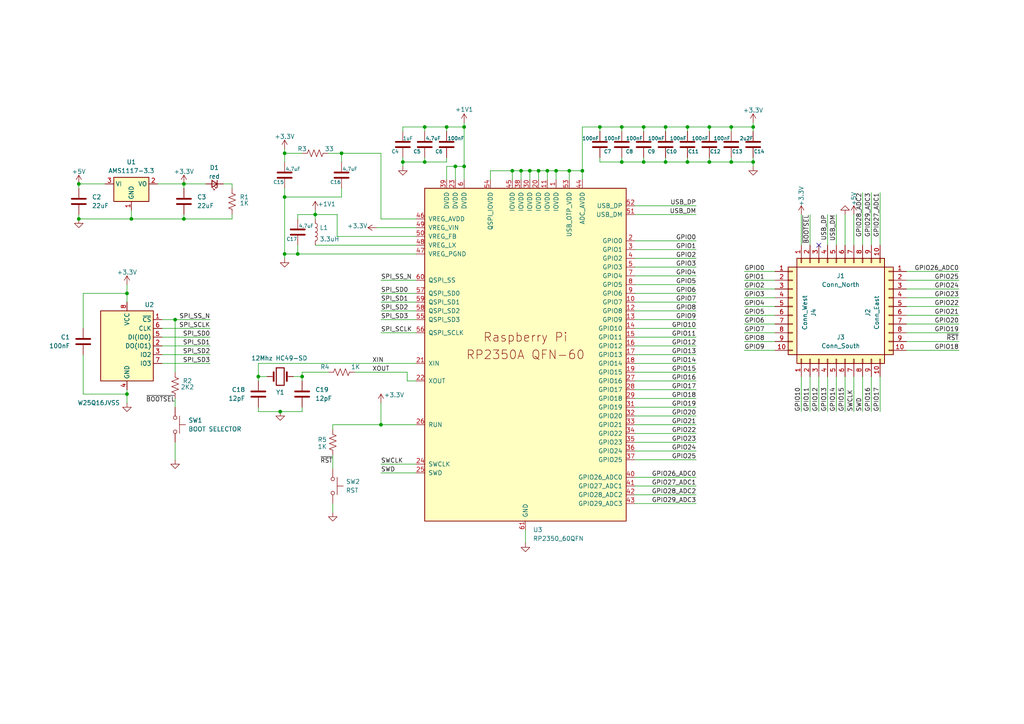
<source format=kicad_sch>
(kicad_sch (version 20231120) (generator "eeschema") (generator_version "8.0")
  (paper "A4")
  (title_block (title "Tempel RP2350") (date "2025-11-03") (rev "0.1"))
  (lib_symbols
    (symbol "Connector_Generic:Conn_01x10" (pin_names (offset 1.016) hide)
      (property "Reference" "J" (at 0 12.7 0))
      (property "Value" "Conn_01x10" (at 0 -15.24 0))
      (symbol "Conn_01x10_1_1"
        (rectangle (start -1.27 -12.573) (end 0 -12.827) (stroke (width 0.1524)))
        (rectangle (start -1.27 -10.033) (end 0 -10.287) (stroke (width 0.1524)))
        (rectangle (start -1.27 -7.493) (end 0 -7.747) (stroke (width 0.1524)))
        (rectangle (start -1.27 -4.953) (end 0 -5.207) (stroke (width 0.1524)))
        (rectangle (start -1.27 -2.413) (end 0 -2.667) (stroke (width 0.1524)))
        (rectangle (start -1.27 0.127) (end 0 -0.127) (stroke (width 0.1524)))
        (rectangle (start -1.27 2.667) (end 0 2.413) (stroke (width 0.1524)))
        (rectangle (start -1.27 5.207) (end 0 4.953) (stroke (width 0.1524)))
        (rectangle (start -1.27 7.747) (end 0 7.493) (stroke (width 0.1524)))
        (rectangle (start -1.27 10.287) (end 0 10.033) (stroke (width 0.1524)))
        (rectangle (start -1.27 11.43) (end 1.27 -13.97) (stroke (width 0.254)) (fill (type background)))
        (pin passive line (at -5.08 10.16 0) (length 3.81) (name "Pin_1") (number "1"))
        (pin passive line (at -5.08 -12.7 0) (length 3.81) (name "Pin_10") (number "10"))
        (pin passive line (at -5.08 7.62 0) (length 3.81) (name "Pin_2") (number "2"))
        (pin passive line (at -5.08 5.08 0) (length 3.81) (name "Pin_3") (number "3"))
        (pin passive line (at -5.08 2.54 0) (length 3.81) (name "Pin_4") (number "4"))
        (pin passive line (at -5.08 0 0) (length 3.81) (name "Pin_5") (number "5"))
        (pin passive line (at -5.08 -2.54 0) (length 3.81) (name "Pin_6") (number "6"))
        (pin passive line (at -5.08 -5.08 0) (length 3.81) (name "Pin_7") (number "7"))
        (pin passive line (at -5.08 -7.62 0) (length 3.81) (name "Pin_8") (number "8"))
        (pin passive line (at -5.08 -10.16 0) (length 3.81) (name "Pin_9") (number "9"))
      )
    )
    (symbol "Device:C" (pin_numbers hide) (pin_names (offset 0.254))
      (property "Reference" "C" (at 0.635 2.54 0))
      (property "Value" "C" (at 0.635 -2.54 0))
      (symbol "C_0_1"
        (polyline (pts (xy -2.032 -0.762) (xy 2.032 -0.762)) (stroke (width 0.508)))
        (polyline (pts (xy -2.032 0.762) (xy 2.032 0.762)) (stroke (width 0.508)))
      )
      (symbol "C_1_1"
        (pin passive line (at 0 3.81 270) (length 2.794) (name "~") (number "1"))
        (pin passive line (at 0 -3.81 90) (length 2.794) (name "~") (number "2"))
      )
    )
    (symbol "Device:Crystal" (pin_numbers hide) (pin_names (offset 1.016) hide)
      (property "Reference" "Y" (at 0 3.81 0))
      (property "Value" "Crystal" (at 0 -3.81 0))
      (symbol "Crystal_0_1"
        (rectangle (start -1.143 2.54) (end 1.143 -2.54) (stroke (width 0.3048)))
        (polyline (pts (xy -2.54 0) (xy -1.905 0)))
        (polyline (pts (xy -1.905 -1.27) (xy -1.905 1.27)) (stroke (width 0.508)))
        (polyline (pts (xy 1.905 -1.27) (xy 1.905 1.27)) (stroke (width 0.508)))
        (polyline (pts (xy 2.54 0) (xy 1.905 0)))
      )
      (symbol "Crystal_1_1"
        (pin passive line (at -3.81 0 0) (length 1.27) (name "1") (number "1"))
        (pin passive line (at 3.81 0 180) (length 1.27) (name "2") (number "2"))
      )
    )
    (symbol "Device:L" (pin_numbers hide) (pin_names (offset 1.016) hide)
      (property "Reference" "L" (at -1.27 0 90))
      (property "Value" "L" (at 1.905 0 90))
      (symbol "L_0_1"
        (arc (start 0 -2.54) (mid 0.6323 -1.905) (end 0 -1.27))
        (arc (start 0 -1.27) (mid 0.6323 -0.635) (end 0 0))
        (arc (start 0 0) (mid 0.6323 0.635) (end 0 1.27))
        (arc (start 0 1.27) (mid 0.6323 1.905) (end 0 2.54))
      )
      (symbol "L_1_1"
        (pin passive line (at 0 3.81 270) (length 1.27) (name "1") (number "1"))
        (pin passive line (at 0 -3.81 90) (length 1.27) (name "2") (number "2"))
      )
    )
    (symbol "Device:LED_Small" (pin_numbers hide) (pin_names (offset 0.254) hide)
      (property "Reference" "D" (at -1.27 3.175 0))
      (property "Value" "LED_Small" (at -4.445 -2.54 0))
      (symbol "LED_Small_0_1"
        (polyline (pts (xy -0.762 -1.016) (xy -0.762 1.016)) (stroke (width 0.254)))
        (polyline (pts (xy 1.016 0) (xy -0.762 0)))
        (polyline (pts (xy 0.762 -1.016) (xy -0.762 0) (xy 0.762 1.016) (xy 0.762 -1.016)) (stroke (width 0.254)))
        (polyline (pts (xy 0 0.762) (xy -0.508 1.27) (xy -0.254 1.27) (xy -0.508 1.27) (xy -0.508 1.016)))
        (polyline (pts (xy 0.508 1.27) (xy 0 1.778) (xy 0.254 1.778) (xy 0 1.778) (xy 0 1.524)))
      )
      (symbol "LED_Small_1_1"
        (pin passive line (at -2.54 0 0) (length 1.778) (name "K") (number "1"))
        (pin passive line (at 2.54 0 180) (length 1.778) (name "A") (number "2"))
      )
    )
    (symbol "Device:R_US" (pin_numbers hide) (pin_names (offset 0))
      (property "Reference" "R" (at 2.54 0 90))
      (property "Value" "R_US" (at -2.54 0 90))
      (symbol "R_US_0_1"
        (polyline (pts (xy 0 -2.286) (xy 0 -2.54)))
        (polyline (pts (xy 0 2.286) (xy 0 2.54)))
        (polyline (pts (xy 0 -0.762) (xy 1.016 -1.143) (xy 0 -1.524) (xy -1.016 -1.905) (xy 0 -2.286)))
        (polyline (pts (xy 0 0.762) (xy 1.016 0.381) (xy 0 0) (xy -1.016 -0.381) (xy 0 -0.762)))
        (polyline (pts (xy 0 2.286) (xy 1.016 1.905) (xy 0 1.524) (xy -1.016 1.143) (xy 0 0.762)))
      )
      (symbol "R_US_1_1"
        (pin passive line (at 0 3.81 270) (length 1.27) (name "~") (number "1"))
        (pin passive line (at 0 -3.81 90) (length 1.27) (name "~") (number "2"))
      )
    )
    (symbol "MCU_RaspberryPi_RP2350:RP2350_60QFN" (pin_names (offset 1.016))
      (property "Reference" "U" (at -29.21 49.53 0))
      (property "Value" "RP2350_60QFN" (at 24.13 -49.53 0))
      (symbol "RP2350_60QFN_0_0"
        (text "Raspberry Pi" (at 0 5.08 0) (effects (font (size 2.54 2.54))))
      )
      (symbol "RP2350_60QFN_0_1"
        (rectangle (start 29.21 48.26) (end -29.21 -48.26) (stroke (width 0.254)) (fill (type background)))
      )
      (symbol "RP2350_60QFN_1_0"
        (text "RP2350A QFN-60" (at 0 0 0) (effects (font (size 2.54 2.54))))
      )
      (symbol "RP2350_60QFN_1_1"
        (pin power_in line (at 8.89 50.8 270) (length 2.54) (name "IOVDD") (number "1"))
        (pin bidirectional line (at 31.75 15.24 180) (length 2.54) (name "GPIO7") (number "10"))
        (pin power_in line (at 6.35 50.8 270) (length 2.54) (name "IOVDD") (number "11"))
        (pin bidirectional line (at 31.75 12.7 180) (length 2.54) (name "GPIO8") (number "12"))
        (pin bidirectional line (at 31.75 10.16 180) (length 2.54) (name "GPIO9") (number "13"))
        (pin bidirectional line (at 31.75 7.62 180) (length 2.54) (name "GPIO10") (number "14"))
        (pin bidirectional line (at 31.75 5.08 180) (length 2.54) (name "GPIO11") (number "15"))
        (pin bidirectional line (at 31.75 2.54 180) (length 2.54) (name "GPIO12") (number "16"))
        (pin bidirectional line (at 31.75 0 180) (length 2.54) (name "GPIO13") (number "17"))
        (pin bidirectional line (at 31.75 -2.54 180) (length 2.54) (name "GPIO14") (number "18"))
        (pin bidirectional line (at 31.75 -5.08 180) (length 2.54) (name "GPIO15") (number "19"))
        (pin bidirectional line (at 31.75 33.02 180) (length 2.54) (name "GPIO0") (number "2"))
        (pin power_in line (at 3.81 50.8 270) (length 2.54) (name "IOVDD") (number "20"))
        (pin input line (at -31.75 -2.54 0) (length 2.54) (name "XIN") (number "21"))
        (pin passive line (at -31.75 -7.62 0) (length 2.54) (name "XOUT") (number "22"))
        (pin power_in line (at -20.32 50.8 270) (length 2.54) (name "DVDD") (number "23"))
        (pin output line (at -31.75 -31.75 0) (length 2.54) (name "SWCLK") (number "24"))
        (pin bidirectional line (at -31.75 -34.29 0) (length 2.54) (name "SWD") (number "25"))
        (pin input line (at -31.75 -20.32 0) (length 2.54) (name "RUN") (number "26"))
        (pin bidirectional line (at 31.75 -7.62 180) (length 2.54) (name "GPIO16") (number "27"))
        (pin bidirectional line (at 31.75 -10.16 180) (length 2.54) (name "GPIO17") (number "28"))
        (pin bidirectional line (at 31.75 -12.7 180) (length 2.54) (name "GPIO18") (number "29"))
        (pin bidirectional line (at 31.75 30.48 180) (length 2.54) (name "GPIO1") (number "3"))
        (pin power_in line (at 1.27 50.8 270) (length 2.54) (name "IOVDD") (number "30"))
        (pin bidirectional line (at 31.75 -15.24 180) (length 2.54) (name "GPIO19") (number "31"))
        (pin bidirectional line (at 31.75 -17.78 180) (length 2.54) (name "GPIO20") (number "32"))
        (pin bidirectional line (at 31.75 -20.32 180) (length 2.54) (name "GPIO21") (number "33"))
        (pin bidirectional line (at 31.75 -22.86 180) (length 2.54) (name "GPIO22") (number "34"))
        (pin bidirectional line (at 31.75 -25.4 180) (length 2.54) (name "GPIO23") (number "35"))
        (pin bidirectional line (at 31.75 -27.94 180) (length 2.54) (name "GPIO24") (number "36"))
        (pin bidirectional line (at 31.75 -30.48 180) (length 2.54) (name "GPIO25") (number "37"))
        (pin power_in line (at -1.27 50.8 270) (length 2.54) (name "IOVDD") (number "38"))
        (pin power_in line (at -22.86 50.8 270) (length 2.54) (name "DVDD") (number "39"))
        (pin bidirectional line (at 31.75 27.94 180) (length 2.54) (name "GPIO2") (number "4"))
        (pin bidirectional line (at 31.75 -35.56 180) (length 2.54) (name "GPIO26_ADC0") (number "40"))
        (pin bidirectional line (at 31.75 -38.1 180) (length 2.54) (name "GPIO27_ADC1") (number "41"))
        (pin bidirectional line (at 31.75 -40.64 180) (length 2.54) (name "GPIO28_ADC2") (number "42"))
        (pin bidirectional line (at 31.75 -43.18 180) (length 2.54) (name "GPIO29_ADC3") (number "43"))
        (pin power_in line (at 16.51 50.8 270) (length 2.54) (name "ADC_AVDD") (number "44"))
        (pin power_in line (at -3.81 50.8 270) (length 2.54) (name "IOVDD") (number "45"))
        (pin power_in line (at -31.75 39.37 0) (length 2.54) (name "VREG_AVDD") (number "46"))
        (pin power_in line (at -31.75 29.21 0) (length 2.54) (name "VREG_PGND") (number "47"))
        (pin power_out line (at -31.75 31.75 0) (length 2.54) (name "VREG_LX") (number "48"))
        (pin power_in line (at -31.75 36.83 0) (length 2.54) (name "VREG_VIN") (number "49"))
        (pin bidirectional line (at 31.75 25.4 180) (length 2.54) (name "GPIO3") (number "5"))
        (pin input line (at -31.75 34.29 0) (length 2.54) (name "VREG_FB") (number "50"))
        (pin bidirectional line (at 31.75 40.64 180) (length 2.54) (name "USB_DM") (number "51"))
        (pin bidirectional line (at 31.75 43.18 180) (length 2.54) (name "USB_DP") (number "52"))
        (pin power_in line (at 12.7 50.8 270) (length 2.54) (name "USB_OTP_VDD") (number "53"))
        (pin power_in line (at -10.16 50.8 270) (length 2.54) (name "QSPI_IOVDD") (number "54"))
        (pin bidirectional line (at -31.75 10.16 0) (length 2.54) (name "QSPI_SD3") (number "55"))
        (pin output line (at -31.75 6.35 0) (length 2.54) (name "QSPI_SCLK") (number "56"))
        (pin bidirectional line (at -31.75 17.78 0) (length 2.54) (name "QSPI_SD0") (number "57"))
        (pin bidirectional line (at -31.75 12.7 0) (length 2.54) (name "QSPI_SD2") (number "58"))
        (pin bidirectional line (at -31.75 15.24 0) (length 2.54) (name "QSPI_SD1") (number "59"))
        (pin power_in line (at -17.78 50.8 270) (length 2.54) (name "DVDD") (number "6"))
        (pin bidirectional line (at -31.75 21.59 0) (length 2.54) (name "QSPI_SS") (number "60"))
        (pin power_in line (at 0 -50.8 90) (length 2.54) (name "GND") (number "61"))
        (pin bidirectional line (at 31.75 22.86 180) (length 2.54) (name "GPIO4") (number "7"))
        (pin bidirectional line (at 31.75 20.32 180) (length 2.54) (name "GPIO5") (number "8"))
        (pin bidirectional line (at 31.75 17.78 180) (length 2.54) (name "GPIO6") (number "9"))
      )
    )
    (symbol "Memory_Flash:W25Q32JVSS"
      (property "Reference" "U" (at -6.35 11.43 0))
      (property "Value" "W25Q32JVSS" (at 7.62 11.43 0))
      (symbol "W25Q32JVSS_0_1"
        (rectangle (start -7.62 10.16) (end 7.62 -10.16) (stroke (width 0.254)) (fill (type background)))
      )
      (symbol "W25Q32JVSS_1_1"
        (pin input line (at -10.16 7.62 0) (length 2.54) (name "~{CS}") (number "1"))
        (pin bidirectional line (at -10.16 0 0) (length 2.54) (name "DO(IO1)") (number "2"))
        (pin bidirectional line (at -10.16 -2.54 0) (length 2.54) (name "IO2") (number "3"))
        (pin power_in line (at 0 -12.7 90) (length 2.54) (name "GND") (number "4"))
        (pin bidirectional line (at -10.16 2.54 0) (length 2.54) (name "DI(IO0)") (number "5"))
        (pin input line (at -10.16 5.08 0) (length 2.54) (name "CLK") (number "6"))
        (pin bidirectional line (at -10.16 -5.08 0) (length 2.54) (name "IO3") (number "7"))
        (pin power_in line (at 0 12.7 270) (length 2.54) (name "VCC") (number "8"))
      )
    )
    (symbol "Regulator_Linear:AMS1117-3.3"
      (property "Reference" "U" (at -3.81 3.175 0))
      (property "Value" "AMS1117-3.3" (at 0 3.175 0))
      (symbol "AMS1117-3.3_0_1"
        (rectangle (start -5.08 -5.08) (end 5.08 1.905) (stroke (width 0.254)) (fill (type background)))
      )
      (symbol "AMS1117-3.3_1_1"
        (pin power_in line (at 0 -7.62 90) (length 2.54) (name "GND") (number "1"))
        (pin power_out line (at 7.62 0 180) (length 2.54) (name "VO") (number "2"))
        (pin power_in line (at -7.62 0 0) (length 2.54) (name "VI") (number "3"))
      )
    )
    (symbol "Switch:SW_Push" (pin_numbers hide) (pin_names (offset 1.016) hide)
      (property "Reference" "SW" (at 1.27 2.54 0))
      (property "Value" "SW_Push" (at 0 -1.524 0))
      (symbol "SW_Push_0_1"
        (circle (center -2.032 0) (radius 0.508))
        (polyline (pts (xy 0 1.27) (xy 0 3.048)))
        (polyline (pts (xy 2.54 1.27) (xy -2.54 1.27)))
        (circle (center 2.032 0) (radius 0.508))
        (pin passive line (at -5.08 0 0) (length 2.54) (name "1") (number "1"))
        (pin passive line (at 5.08 0 180) (length 2.54) (name "2") (number "2"))
      )
    )
    (symbol "power:+1V1" (power) (pin_numbers hide) (pin_names (offset 0) hide)
      (property "Value" "+1V1" (at 0 3.556 0))
      (symbol "+1V1_0_1"
        (polyline (pts (xy -0.762 1.27) (xy 0 2.54)))
        (polyline (pts (xy 0 0) (xy 0 2.54)))
        (polyline (pts (xy 0 2.54) (xy 0.762 1.27)))
      )
      (symbol "+1V1_1_1"
        (pin power_in line (at 0 0 90) (length 0) (name "~") (number "1"))
      )
    )
    (symbol "power:+3.3V" (power) (pin_names (offset 0))
      (property "Value" "+3.3V" (at 0 3.556 0))
      (symbol "+3.3V_0_1"
        (polyline (pts (xy -0.762 1.27) (xy 0 2.54)))
        (polyline (pts (xy 0 0) (xy 0 2.54)))
        (polyline (pts (xy 0 2.54) (xy 0.762 1.27)))
      )
      (symbol "+3.3V_1_1"
        (pin power_in line (at 0 0 90) (length 0) hide (name "+3.3V") (number "1"))
      )
    )
    (symbol "power:+5V" (power) (pin_names (offset 0))
      (property "Value" "+5V" (at 0 3.556 0))
      (symbol "+5V_0_1"
        (polyline (pts (xy -0.762 1.27) (xy 0 2.54)))
        (polyline (pts (xy 0 0) (xy 0 2.54)))
        (polyline (pts (xy 0 2.54) (xy 0.762 1.27)))
      )
      (symbol "+5V_1_1"
        (pin power_in line (at 0 0 90) (length 0) hide (name "+5V") (number "1"))
      )
    )
    (symbol "power:GND" (power) (pin_names (offset 0))
      (property "Value" "GND" (at 0 -3.81 0))
      (symbol "GND_0_1"
        (polyline (pts (xy 0 0) (xy 0 -1.27) (xy 1.27 -1.27) (xy 0 -2.54) (xy -1.27 -1.27) (xy 0 -1.27)))
      )
      (symbol "GND_1_1"
        (pin power_in line (at 0 0 270) (length 0) hide (name "GND") (number "1"))
      )
    )
  )
  (junction (at 186.69 36.83))
  (junction (at 132.08 48.26))
  (junction (at 82.55 73.66))
  (junction (at 123.19 46.99))
  (junction (at 110.49 123.19))
  (junction (at 38.1 63.5))
  (junction (at 193.04 36.83))
  (junction (at 212.09 46.99))
  (junction (at 153.67 49.53))
  (junction (at 193.04 46.99))
  (junction (at 158.75 49.53))
  (junction (at 123.19 36.83))
  (junction (at 22.86 63.5))
  (junction (at 199.39 46.99))
  (junction (at 218.44 36.83))
  (junction (at 134.62 36.83))
  (junction (at 165.1 49.53))
  (junction (at 134.62 48.26))
  (junction (at 218.44 46.99))
  (junction (at 82.55 44.45))
  (junction (at 91.44 62.23))
  (junction (at 205.74 36.83))
  (junction (at 180.34 36.83))
  (junction (at 86.36 73.66))
  (junction (at 81.28 119.38))
  (junction (at 116.84 46.99))
  (junction (at 173.99 36.83))
  (junction (at 168.91 49.53))
  (junction (at 87.63 109.22))
  (junction (at 156.21 49.53))
  (junction (at 199.39 36.83))
  (junction (at 180.34 46.99))
  (junction (at 151.13 49.53))
  (junction (at 36.83 85.09))
  (junction (at 50.8 92.71))
  (junction (at 99.06 44.45))
  (junction (at 22.86 53.34))
  (junction (at 205.74 46.99))
  (junction (at 36.83 114.3))
  (junction (at 161.29 49.53))
  (junction (at 186.69 46.99))
  (junction (at 74.93 109.22))
  (junction (at 129.54 36.83))
  (junction (at 53.34 63.5))
  (junction (at 148.59 49.53))
  (junction (at 53.34 53.34))
  (junction (at 212.09 36.83))
  (junction (at 82.55 57.15))
  (no_connect (at 237.49 71.12))
  (wire (pts (xy 168.91 36.83) (xy 168.91 49.53)))
  (wire (pts (xy 199.39 36.83) (xy 193.04 36.83)))
  (wire (pts (xy 60.96 97.79) (xy 46.99 97.79)))
  (wire (pts (xy 110.49 63.5) (xy 120.65 63.5)))
  (wire (pts (xy 38.1 63.5) (xy 53.34 63.5)))
  (wire (pts (xy 60.96 92.71) (xy 50.8 92.71)))
  (wire (pts (xy 134.62 35.56) (xy 134.62 36.83)))
  (wire (pts (xy 87.63 118.11) (xy 87.63 119.38)))
  (wire (pts (xy 180.34 46.99) (xy 173.99 46.99)))
  (wire (pts (xy 91.44 60.96) (xy 91.44 62.23)))
  (wire (pts (xy 245.11 119.38) (xy 245.11 109.22)))
  (wire (pts (xy 53.34 63.5) (xy 67.31 63.5)))
  (wire (pts (xy 252.73 119.38) (xy 252.73 109.22)))
  (wire (pts (xy 201.93 80.01) (xy 184.15 80.01)))
  (wire (pts (xy 218.44 46.99) (xy 212.09 46.99)))
  (wire (pts (xy 201.93 118.11) (xy 184.15 118.11)))
  (wire (pts (xy 158.75 49.53) (xy 158.75 52.07)))
  (wire (pts (xy 110.49 44.45) (xy 99.06 44.45)))
  (wire (pts (xy 201.93 100.33) (xy 184.15 100.33)))
  (wire (pts (xy 242.57 119.38) (xy 242.57 109.22)))
  (wire (pts (xy 180.34 36.83) (xy 180.34 38.1)))
  (wire (pts (xy 156.21 49.53) (xy 158.75 49.53)))
  (wire (pts (xy 142.24 49.53) (xy 148.59 49.53)))
  (wire (pts (xy 86.36 71.12) (xy 86.36 73.66)))
  (wire (pts (xy 201.93 77.47) (xy 184.15 77.47)))
  (wire (pts (xy 36.83 114.3) (xy 24.13 114.3)))
  (wire (pts (xy 153.67 49.53) (xy 156.21 49.53)))
  (wire (pts (xy 82.55 57.15) (xy 82.55 73.66)))
  (wire (pts (xy 278.13 81.28) (xy 262.89 81.28)))
  (wire (pts (xy 22.86 63.5) (xy 22.86 62.23)))
  (wire (pts (xy 168.91 52.07) (xy 168.91 49.53)))
  (wire (pts (xy 36.83 85.09) (xy 36.83 87.63)))
  (wire (pts (xy 60.96 105.41) (xy 46.99 105.41)))
  (wire (pts (xy 86.36 73.66) (xy 120.65 73.66)))
  (wire (pts (xy 82.55 46.99) (xy 82.55 44.45)))
  (wire (pts (xy 60.96 100.33) (xy 46.99 100.33)))
  (wire (pts (xy 201.93 92.71) (xy 184.15 92.71)))
  (wire (pts (xy 87.63 109.22) (xy 85.09 109.22)))
  (wire (pts (xy 201.93 120.65) (xy 184.15 120.65)))
  (wire (pts (xy 199.39 36.83) (xy 199.39 38.1)))
  (wire (pts (xy 74.93 118.11) (xy 74.93 119.38)))
  (wire (pts (xy 205.74 45.72) (xy 205.74 46.99)))
  (wire (pts (xy 250.19 55.88) (xy 250.19 71.12)))
  (wire (pts (xy 116.84 36.83) (xy 123.19 36.83)))
  (wire (pts (xy 110.49 44.45) (xy 110.49 63.5)))
  (wire (pts (xy 201.93 69.85) (xy 184.15 69.85)))
  (wire (pts (xy 215.9 101.6) (xy 224.79 101.6)))
  (wire (pts (xy 116.84 45.72) (xy 116.84 46.99)))
  (wire (pts (xy 53.34 63.5) (xy 53.34 62.23)))
  (wire (pts (xy 60.96 102.87) (xy 46.99 102.87)))
  (wire (pts (xy 234.95 119.38) (xy 234.95 109.22)))
  (wire (pts (xy 123.19 45.72) (xy 123.19 46.99)))
  (wire (pts (xy 201.93 87.63) (xy 184.15 87.63)))
  (wire (pts (xy 110.49 85.09) (xy 120.65 85.09)))
  (wire (pts (xy 215.9 88.9) (xy 224.79 88.9)))
  (wire (pts (xy 118.11 107.95) (xy 102.87 107.95)))
  (wire (pts (xy 212.09 36.83) (xy 205.74 36.83)))
  (wire (pts (xy 82.55 57.15) (xy 99.06 57.15)))
  (wire (pts (xy 151.13 49.53) (xy 153.67 49.53)))
  (wire (pts (xy 232.41 119.38) (xy 232.41 109.22)))
  (wire (pts (xy 252.73 55.88) (xy 252.73 71.12)))
  (wire (pts (xy 262.89 99.06) (xy 278.13 99.06)))
  (wire (pts (xy 36.83 85.09) (xy 24.13 85.09)))
  (wire (pts (xy 36.83 114.3) (xy 36.83 113.03)))
  (wire (pts (xy 86.36 63.5) (xy 86.36 62.23)))
  (wire (pts (xy 109.22 66.04) (xy 120.65 66.04)))
  (wire (pts (xy 215.9 99.06) (xy 224.79 99.06)))
  (wire (pts (xy 123.19 36.83) (xy 123.19 38.1)))
  (wire (pts (xy 186.69 36.83) (xy 180.34 36.83)))
  (wire (pts (xy 184.15 59.69) (xy 201.93 59.69)))
  (wire (pts (xy 212.09 45.72) (xy 212.09 46.99)))
  (wire (pts (xy 87.63 107.95) (xy 87.63 109.22)))
  (wire (pts (xy 96.52 148.59) (xy 96.52 146.05)))
  (wire (pts (xy 193.04 45.72) (xy 193.04 46.99)))
  (wire (pts (xy 118.11 110.49) (xy 120.65 110.49)))
  (wire (pts (xy 173.99 45.72) (xy 173.99 46.99)))
  (wire (pts (xy 278.13 86.36) (xy 262.89 86.36)))
  (wire (pts (xy 110.49 137.16) (xy 120.65 137.16)))
  (wire (pts (xy 86.36 62.23) (xy 91.44 62.23)))
  (wire (pts (xy 201.93 125.73) (xy 184.15 125.73)))
  (wire (pts (xy 201.93 82.55) (xy 184.15 82.55)))
  (wire (pts (xy 132.08 48.26) (xy 132.08 52.07)))
  (wire (pts (xy 22.86 53.34) (xy 30.48 53.34)))
  (wire (pts (xy 74.93 119.38) (xy 81.28 119.38)))
  (wire (pts (xy 201.93 140.97) (xy 184.15 140.97)))
  (wire (pts (xy 50.8 92.71) (xy 46.99 92.71)))
  (wire (pts (xy 215.9 86.36) (xy 224.79 86.36)))
  (wire (pts (xy 193.04 46.99) (xy 186.69 46.99)))
  (wire (pts (xy 36.83 116.84) (xy 36.83 114.3)))
  (wire (pts (xy 82.55 73.66) (xy 82.55 74.93)))
  (wire (pts (xy 67.31 54.61) (xy 67.31 53.34)))
  (wire (pts (xy 193.04 36.83) (xy 186.69 36.83)))
  (wire (pts (xy 153.67 49.53) (xy 153.67 52.07)))
  (wire (pts (xy 186.69 45.72) (xy 186.69 46.99)))
  (wire (pts (xy 110.49 90.17) (xy 120.65 90.17)))
  (wire (pts (xy 50.8 118.11) (xy 50.8 115.57)))
  (wire (pts (xy 129.54 48.26) (xy 129.54 52.07)))
  (wire (pts (xy 142.24 52.07) (xy 142.24 49.53)))
  (wire (pts (xy 245.11 62.23) (xy 245.11 71.12)))
  (wire (pts (xy 278.13 91.44) (xy 262.89 91.44)))
  (wire (pts (xy 87.63 110.49) (xy 87.63 109.22)))
  (wire (pts (xy 218.44 36.83) (xy 212.09 36.83)))
  (wire (pts (xy 24.13 85.09) (xy 24.13 95.25)))
  (wire (pts (xy 205.74 36.83) (xy 199.39 36.83)))
  (wire (pts (xy 81.28 119.38) (xy 87.63 119.38)))
  (wire (pts (xy 97.79 68.58) (xy 97.79 62.23)))
  (wire (pts (xy 215.9 81.28) (xy 224.79 81.28)))
  (wire (pts (xy 151.13 49.53) (xy 151.13 52.07)))
  (wire (pts (xy 118.11 110.49) (xy 118.11 107.95)))
  (wire (pts (xy 148.59 52.07) (xy 148.59 49.53)))
  (wire (pts (xy 123.19 46.99) (xy 129.54 46.99)))
  (wire (pts (xy 82.55 44.45) (xy 87.63 44.45)))
  (wire (pts (xy 218.44 48.26) (xy 218.44 46.99)))
  (wire (pts (xy 53.34 53.34) (xy 59.69 53.34)))
  (wire (pts (xy 232.41 62.23) (xy 232.41 71.12)))
  (wire (pts (xy 168.91 49.53) (xy 165.1 49.53)))
  (wire (pts (xy 262.89 101.6) (xy 278.13 101.6)))
  (wire (pts (xy 201.93 102.87) (xy 184.15 102.87)))
  (wire (pts (xy 199.39 45.72) (xy 199.39 46.99)))
  (wire (pts (xy 201.93 146.05) (xy 184.15 146.05)))
  (wire (pts (xy 96.52 132.08) (xy 96.52 135.89)))
  (wire (pts (xy 218.44 46.99) (xy 218.44 45.72)))
  (wire (pts (xy 240.03 119.38) (xy 240.03 109.22)))
  (wire (pts (xy 205.74 36.83) (xy 205.74 38.1)))
  (wire (pts (xy 95.25 107.95) (xy 87.63 107.95)))
  (wire (pts (xy 116.84 46.99) (xy 116.84 48.26)))
  (wire (pts (xy 201.93 107.95) (xy 184.15 107.95)))
  (wire (pts (xy 156.21 49.53) (xy 156.21 52.07)))
  (wire (pts (xy 278.13 78.74) (xy 262.89 78.74)))
  (wire (pts (xy 110.49 96.52) (xy 120.65 96.52)))
  (wire (pts (xy 186.69 36.83) (xy 186.69 38.1)))
  (wire (pts (xy 201.93 74.93) (xy 184.15 74.93)))
  (wire (pts (xy 53.34 53.34) (xy 53.34 54.61)))
  (wire (pts (xy 82.55 44.45) (xy 82.55 43.18)))
  (wire (pts (xy 134.62 48.26) (xy 132.08 48.26)))
  (wire (pts (xy 212.09 46.99) (xy 205.74 46.99)))
  (wire (pts (xy 201.93 90.17) (xy 184.15 90.17)))
  (wire (pts (xy 91.44 71.12) (xy 120.65 71.12)))
  (wire (pts (xy 74.93 109.22) (xy 77.47 109.22)))
  (wire (pts (xy 96.52 123.19) (xy 110.49 123.19)))
  (wire (pts (xy 110.49 87.63) (xy 120.65 87.63)))
  (wire (pts (xy 186.69 46.99) (xy 180.34 46.99)))
  (wire (pts (xy 262.89 83.82) (xy 278.13 83.82)))
  (wire (pts (xy 165.1 49.53) (xy 161.29 49.53)))
  (wire (pts (xy 247.65 109.22) (xy 247.65 119.38)))
  (wire (pts (xy 201.93 133.35) (xy 184.15 133.35)))
  (wire (pts (xy 91.44 62.23) (xy 91.44 63.5)))
  (wire (pts (xy 242.57 62.23) (xy 242.57 71.12)))
  (wire (pts (xy 99.06 54.61) (xy 99.06 57.15)))
  (wire (pts (xy 184.15 97.79) (xy 201.93 97.79)))
  (wire (pts (xy 237.49 119.38) (xy 237.49 109.22)))
  (wire (pts (xy 129.54 36.83) (xy 129.54 38.1)))
  (wire (pts (xy 201.93 115.57) (xy 184.15 115.57)))
  (wire (pts (xy 201.93 72.39) (xy 184.15 72.39)))
  (wire (pts (xy 152.4 157.48) (xy 152.4 153.67)))
  (wire (pts (xy 201.93 110.49) (xy 184.15 110.49)))
  (wire (pts (xy 132.08 48.26) (xy 129.54 48.26)))
  (wire (pts (xy 96.52 124.46) (xy 96.52 123.19)))
  (wire (pts (xy 193.04 36.83) (xy 193.04 38.1)))
  (wire (pts (xy 240.03 62.23) (xy 240.03 71.12)))
  (wire (pts (xy 201.93 128.27) (xy 184.15 128.27)))
  (wire (pts (xy 120.65 68.58) (xy 97.79 68.58)))
  (wire (pts (xy 250.19 109.22) (xy 250.19 119.38)))
  (wire (pts (xy 67.31 62.23) (xy 67.31 63.5)))
  (wire (pts (xy 50.8 107.95) (xy 50.8 92.71)))
  (wire (pts (xy 201.93 138.43) (xy 184.15 138.43)))
  (wire (pts (xy 67.31 53.34) (xy 64.77 53.34)))
  (wire (pts (xy 86.36 73.66) (xy 82.55 73.66)))
  (wire (pts (xy 110.49 116.84) (xy 110.49 123.19)))
  (wire (pts (xy 173.99 36.83) (xy 173.99 38.1)))
  (wire (pts (xy 247.65 62.23) (xy 247.65 71.12)))
  (wire (pts (xy 134.62 52.07) (xy 134.62 48.26)))
  (wire (pts (xy 74.93 105.41) (xy 120.65 105.41)))
  (wire (pts (xy 215.9 78.74) (xy 224.79 78.74)))
  (wire (pts (xy 110.49 134.62) (xy 120.65 134.62)))
  (wire (pts (xy 60.96 95.25) (xy 46.99 95.25)))
  (wire (pts (xy 278.13 93.98) (xy 262.89 93.98)))
  (wire (pts (xy 129.54 36.83) (xy 134.62 36.83)))
  (wire (pts (xy 22.86 53.34) (xy 22.86 54.61)))
  (wire (pts (xy 22.86 63.5) (xy 38.1 63.5)))
  (wire (pts (xy 168.91 36.83) (xy 173.99 36.83)))
  (wire (pts (xy 215.9 91.44) (xy 224.79 91.44)))
  (wire (pts (xy 215.9 96.52) (xy 224.79 96.52)))
  (wire (pts (xy 134.62 36.83) (xy 134.62 48.26)))
  (wire (pts (xy 205.74 46.99) (xy 199.39 46.99)))
  (wire (pts (xy 201.93 85.09) (xy 184.15 85.09)))
  (wire (pts (xy 50.8 133.35) (xy 50.8 128.27)))
  (wire (pts (xy 201.93 105.41) (xy 184.15 105.41)))
  (wire (pts (xy 91.44 62.23) (xy 97.79 62.23)))
  (wire (pts (xy 110.49 92.71) (xy 120.65 92.71)))
  (wire (pts (xy 38.1 60.96) (xy 38.1 63.5)))
  (wire (pts (xy 201.93 113.03) (xy 184.15 113.03)))
  (wire (pts (xy 110.49 81.28) (xy 120.65 81.28)))
  (wire (pts (xy 278.13 88.9) (xy 262.89 88.9)))
  (wire (pts (xy 201.93 95.25) (xy 184.15 95.25)))
  (wire (pts (xy 201.93 123.19) (xy 184.15 123.19)))
  (wire (pts (xy 201.93 130.81) (xy 184.15 130.81)))
  (wire (pts (xy 148.59 49.53) (xy 151.13 49.53)))
  (wire (pts (xy 212.09 36.83) (xy 212.09 38.1)))
  (wire (pts (xy 129.54 45.72) (xy 129.54 46.99)))
  (wire (pts (xy 161.29 49.53) (xy 161.29 52.07)))
  (wire (pts (xy 262.89 96.52) (xy 278.13 96.52)))
  (wire (pts (xy 255.27 55.88) (xy 255.27 71.12)))
  (wire (pts (xy 116.84 46.99) (xy 123.19 46.99)))
  (wire (pts (xy 95.25 44.45) (xy 99.06 44.45)))
  (wire (pts (xy 165.1 52.07) (xy 165.1 49.53)))
  (wire (pts (xy 74.93 110.49) (xy 74.93 109.22)))
  (wire (pts (xy 123.19 36.83) (xy 129.54 36.83)))
  (wire (pts (xy 110.49 123.19) (xy 120.65 123.19)))
  (wire (pts (xy 99.06 46.99) (xy 99.06 44.45)))
  (wire (pts (xy 173.99 36.83) (xy 180.34 36.83)))
  (wire (pts (xy 45.72 53.34) (xy 53.34 53.34)))
  (wire (pts (xy 234.95 62.23) (xy 234.95 71.12)))
  (wire (pts (xy 201.93 143.51) (xy 184.15 143.51)))
  (wire (pts (xy 218.44 36.83) (xy 218.44 38.1)))
  (wire (pts (xy 82.55 54.61) (xy 82.55 57.15)))
  (wire (pts (xy 36.83 82.55) (xy 36.83 85.09)))
  (wire (pts (xy 255.27 109.22) (xy 255.27 119.38)))
  (wire (pts (xy 215.9 93.98) (xy 224.79 93.98)))
  (wire (pts (xy 218.44 35.56) (xy 218.44 36.83)))
  (wire (pts (xy 24.13 102.87) (xy 24.13 114.3)))
  (wire (pts (xy 116.84 36.83) (xy 116.84 38.1)))
  (wire (pts (xy 180.34 45.72) (xy 180.34 46.99)))
  (wire (pts (xy 184.15 62.23) (xy 201.93 62.23)))
  (wire (pts (xy 74.93 105.41) (xy 74.93 109.22)))
  (wire (pts (xy 158.75 49.53) (xy 161.29 49.53)))
  (wire (pts (xy 215.9 83.82) (xy 224.79 83.82)))
  (wire (pts (xy 199.39 46.99) (xy 193.04 46.99)))
  (label "GPIO28_ADC2" (at 250.19 55.88 270))
  (label "USB_DM" (at 201.93 62.23 180))
  (label "SPI_SD3" (at 110.49 92.71 0))
  (label "GPIO0" (at 201.93 69.85 180))
  (label "GPIO8" (at 201.93 90.17 180))
  (label "XIN" (at 107.95 105.41 0))
  (label "GPIO13" (at 240.03 119.38 90))
  (label "GPIO11" (at 201.93 97.79 180))
  (label "GPIO24" (at 278.13 83.82 180))
  (label "GPIO10" (at 232.41 119.38 90))
  (label "GPIO16" (at 201.93 110.49 180))
  (label "SPI_SD3" (at 60.96 105.41 180))
  (label "GPIO12" (at 201.93 100.33 180))
  (label "GPIO8" (at 215.9 99.06 0))
  (label "GPIO26_ADC0" (at 278.13 78.74 180))
  (label "SPI_SCLK" (at 60.96 95.25 180))
  (label "GPIO25" (at 201.93 133.35 180))
  (label "GPIO17" (at 201.93 113.03 180))
  (label "SWD" (at 110.49 137.16 0))
  (label "USB_DP" (at 201.93 59.69 180))
  (label "SPI_SS_N" (at 110.49 81.28 0))
  (label "SWD" (at 250.19 119.38 90))
  (label "GPIO28_ADC2" (at 201.93 143.51 180))
  (label "GPIO16" (at 252.73 119.38 90))
  (label "GPIO9" (at 215.9 101.6 0))
  (label "GPIO6" (at 201.93 85.09 180))
  (label "GPIO12" (at 237.49 119.38 90))
  (label "GPIO5" (at 215.9 91.44 0))
  (label "GPIO2" (at 201.93 74.93 180))
  (label "GPIO4" (at 215.9 88.9 0))
  (label "GPIO7" (at 215.9 96.52 0))
  (label "GPIO14" (at 201.93 105.41 180))
  (label "XOUT" (at 107.95 107.95 0))
  (label "GPIO19" (at 201.93 118.11 180))
  (label "~{BOOTSEL}" (at 50.8 116.84 180))
  (label "GPIO21" (at 201.93 123.19 180))
  (label "GPIO29_ADC3" (at 252.73 55.88 270))
  (label "SPI_SD1" (at 110.49 87.63 0))
  (label "GPIO23" (at 278.13 86.36 180))
  (label "GPIO15" (at 245.11 119.38 90))
  (label "GPIO3" (at 201.93 77.47 180))
  (label "GPIO25" (at 278.13 81.28 180))
  (label "GPIO17" (at 255.27 119.38 90))
  (label "GPIO18" (at 278.13 101.6 180))
  (label "SPI_SD1" (at 60.96 100.33 180))
  (label "GPIO22" (at 278.13 88.9 180))
  (label "GPIO0" (at 215.9 78.74 0))
  (label "GPIO14" (at 242.57 119.38 90))
  (label "~{RST}" (at 278.13 99.06 180))
  (label "GPIO4" (at 201.93 80.01 180))
  (label "GPIO27_ADC1" (at 201.93 140.97 180))
  (label "GPIO18" (at 201.93 115.57 180))
  (label "GPIO20" (at 278.13 93.98 180))
  (label "GPIO1" (at 215.9 81.28 0))
  (label "USB_DM" (at 242.57 62.23 270))
  (label "GPIO11" (at 234.95 119.38 90))
  (label "SPI_SD0" (at 110.49 85.09 0))
  (label "GPIO1" (at 201.93 72.39 180))
  (label "GPIO5" (at 201.93 82.55 180))
  (label "SPI_SD2" (at 110.49 90.17 0))
  (label "SPI_SS_N" (at 60.96 92.71 180))
  (label "GPIO3" (at 215.9 86.36 0))
  (label "GPIO27_ADC1" (at 255.27 55.88 270))
  (label "SPI_SCLK" (at 110.49 96.52 0))
  (label "GPIO19" (at 278.13 96.52 180))
  (label "SWCLK" (at 110.49 134.62 0))
  (label "GPIO20" (at 201.93 120.65 180))
  (label "SPI_SD2" (at 60.96 102.87 180))
  (label "SWCLK" (at 247.65 119.38 90))
  (label "GPIO6" (at 215.9 93.98 0))
  (label "GPIO26_ADC0" (at 201.93 138.43 180))
  (label "GPIO23" (at 201.93 128.27 180))
  (label "GPIO22" (at 201.93 125.73 180))
  (label "GPIO9" (at 201.93 92.71 180))
  (label "GPIO24" (at 201.93 130.81 180))
  (label "GPIO21" (at 278.13 91.44 180))
  (label "GPIO15" (at 201.93 107.95 180))
  (label "GPIO13" (at 201.93 102.87 180))
  (label "SPI_SD0" (at 60.96 97.79 180))
  (label "~{BOOTSEL}" (at 234.95 62.23 270))
  (label "GPIO29_ADC3" (at 201.93 146.05 180))
  (label "GPIO10" (at 201.93 95.25 180))
  (label "~{RST}" (at 96.52 134.62 180))
  (label "GPIO2" (at 215.9 83.82 0))
  (label "GPIO7" (at 201.93 87.63 180))
  (label "USB_DP" (at 240.03 62.23 270))
  (symbol (lib_id "Device:R_US") (at 50.8 111.76 0) (unit 1)
    (property "Reference" "R2" (at 54.356 110.49 0))
    (property "Value" "2K2" (at 54.356 112.268 0))
    (property "Footprint" "Resistor_SMD:R_0805_2012Metric_Pad1.20x1.40mm_HandSolder" (effects (hide yes)))
    (property "Description" "Resistor, US symbol" (effects (hide yes)))
  )
  (symbol (lib_id "Device:C") (at 173.99 41.91 0) (mirror y) (unit 1)
    (property "Reference" "C7" (at 177.292 43.942 0) (effects (font (size 1.016 1.016)) (justify left)))
    (property "Value" "100nF" (at 173.736 40.132 0) (effects (font (size 1.016 1.016)) (justify left)))
    (property "Footprint" "Capacitor_SMD:C_0603_1608Metric_Pad1.08x0.95mm_HandSolder" (effects (hide yes)))
    (property "Description" "Unpolarized capacitor" (effects (hide yes)))
  )
  (symbol (lib_id "power:+3.3V") (at 82.55 43.18 0) (mirror y) (unit 1)
    (property "Reference" "#PWR09" (effects (hide yes)))
    (property "Value" "+3.3V" (at 82.55 39.6042 0))
  )
  (symbol (lib_id "Device:C") (at 99.06 50.8 0) (unit 1)
    (property "Reference" "C16" (at 95.758 52.832 0) (effects (font (size 1.016 1.016)) (justify left)))
    (property "Value" "4.7uF" (at 99.314 49.022 0) (effects (font (size 1.016 1.016)) (justify left)))
    (property "Footprint" "Capacitor_SMD:C_0603_1608Metric_Pad1.08x0.95mm_HandSolder" (effects (hide yes)))
    (property "Description" "Unpolarized capacitor" (effects (hide yes)))
  )
  (symbol (lib_id "power:GND") (at 218.44 48.26 0) (mirror y) (unit 1)
    (property "Reference" "#PWR011" (effects (hide yes)))
    (property "Value" "GND" (effects (hide yes)))
  )
  (symbol (lib_id "power:+5V") (at 22.86 53.34 0) (unit 1)
    (property "Reference" "#PWR02" (effects (hide yes)))
    (property "Value" "+5V" (at 22.86 49.7642 0))
  )
  (symbol (lib_id "Device:C") (at 212.09 41.91 0) (mirror y) (unit 1)
    (property "Reference" "C13" (at 215.392 43.942 0) (effects (font (size 1.016 1.016)) (justify left)))
    (property "Value" "100nF" (at 211.836 40.132 0) (effects (font (size 1.016 1.016)) (justify left)))
    (property "Footprint" "Capacitor_SMD:C_0603_1608Metric_Pad1.08x0.95mm_HandSolder" (effects (hide yes)))
    (property "Description" "Unpolarized capacitor" (effects (hide yes)))
  )
  (symbol (lib_id "power:+3.3V") (at 110.49 116.84 0) (mirror y) (unit 1)
    (property "Reference" "#PWR021" (effects (hide yes)))
    (property "Value" "+3.3V" (at 114.3 114.554 0))
  )
  (symbol (lib_id "Device:LED_Small") (at 62.23 53.34 180) (unit 1)
    (property "Reference" "D1" (at 62.1665 48.6242 0))
    (property "Value" "red" (at 62.1665 51.1611 0))
    (property "Footprint" "LED_SMD:LED_0805_2012Metric_Pad1.15x1.40mm_HandSolder" (effects (hide yes)))
    (property "mouser#" "78-VLMS1300-GS08" (effects (hide yes)))
    (property "MFR" "Vishay Semiconductors " (effects (hide yes)))
    (property "MFR#" "VLMS1300-GS08 " (effects (hide yes)))
  )
  (symbol (lib_id "Device:C") (at 186.69 41.91 0) (mirror y) (unit 1)
    (property "Reference" "C9" (at 189.992 43.942 0) (effects (font (size 1.016 1.016)) (justify left)))
    (property "Value" "100nF" (at 186.436 40.132 0) (effects (font (size 1.016 1.016)) (justify left)))
    (property "Footprint" "Capacitor_SMD:C_0603_1608Metric_Pad1.08x0.95mm_HandSolder" (effects (hide yes)))
    (property "Description" "Unpolarized capacitor" (effects (hide yes)))
  )
  (symbol (lib_id "Device:C") (at 129.54 41.91 0) (unit 1)
    (property "Reference" "C6" (at 126.238 43.942 0) (effects (font (size 1.016 1.016)) (justify left)))
    (property "Value" "100nF" (at 129.794 40.132 0) (effects (font (size 1.016 1.016)) (justify left)))
    (property "Footprint" "Capacitor_SMD:C_0603_1608Metric_Pad1.08x0.95mm_HandSolder" (effects (hide yes)))
    (property "Description" "Unpolarized capacitor" (effects (hide yes)))
  )
  (symbol (lib_id "power:GND") (at 82.55 74.93 0) (unit 1)
    (property "Reference" "#PWR014" (effects (hide yes)))
    (property "Value" "GND" (effects (hide yes)))
  )
  (symbol (lib_id "power:GND") (at 36.83 116.84 0) (mirror y) (unit 1)
    (property "Reference" "#PWR05" (effects (hide yes)))
    (property "Value" "GND" (effects (hide yes)))
  )
  (symbol (lib_id "power:+3.3V") (at 109.22 66.04 90) (mirror x) (unit 1)
    (property "Reference" "#PWR013" (effects (hide yes)))
    (property "Value" "+3.3V" (at 103.632 65.532 90))
  )
  (symbol (lib_id "MCU_RaspberryPi_RP2350:RP2350_60QFN") (at 152.4 102.87 0) (unit 1)
    (property "Reference" "U3" (at 154.5941 153.67 0) (effects (justify left)))
    (property "Value" "RP2350_60QFN" (at 154.5941 156.21 0) (effects (justify left)))
    (property "Footprint" "lib:RP2350-QFN-60-1EP_7x7_P0.4mm_EP3.4x3.4mm_ThermalVias" (effects (hide yes)))
  )
  (symbol (lib_id "Device:C") (at 205.74 41.91 0) (mirror y) (unit 1)
    (property "Reference" "C12" (at 209.042 43.942 0) (effects (font (size 1.016 1.016)) (justify left)))
    (property "Value" "100nF" (at 205.486 40.132 0) (effects (font (size 1.016 1.016)) (justify left)))
    (property "Footprint" "Capacitor_SMD:C_0603_1608Metric_Pad1.08x0.95mm_HandSolder" (effects (hide yes)))
    (property "Description" "Unpolarized capacitor" (effects (hide yes)))
  )
  (symbol (lib_id "Device:C") (at 22.86 58.42 0) (unit 1)
    (property "Reference" "C2" (at 26.67 57.1499 0) (effects (justify left)))
    (property "Value" "22uF" (at 26.67 59.6899 0) (effects (justify left)))
    (property "Footprint" "Capacitor_SMD:C_0603_1608Metric_Pad1.08x0.95mm_HandSolder" (effects (hide yes)))
    (property "Description" "Unpolarized capacitor" (effects (hide yes)))
  )
  (symbol (lib_id "Device:R_US") (at 99.06 107.95 90) (unit 1)
    (property "Reference" "R4" (at 94.234 106.426 90))
    (property "Value" "1K" (at 103.124 106.426 90))
    (property "Footprint" "Resistor_SMD:R_0805_2012Metric_Pad1.20x1.40mm_HandSolder" (effects (hide yes)))
    (property "Description" "Resistor, US symbol" (effects (hide yes)))
  )
  (symbol (lib_id "power:GND") (at 245.11 62.23 0) (mirror x) (unit 1)
    (property "Reference" "#PWR020" (effects (hide yes)))
    (property "Value" "GND" (effects (hide yes)))
  )
  (symbol (lib_id "power:+3.3V") (at 53.34 53.34 0) (unit 1)
    (property "Reference" "#PWR03" (effects (hide yes)))
    (property "Value" "+3.3V" (at 53.34 49.7642 0))
  )
  (symbol (lib_id "Connector_Generic:Conn_01x10") (at 242.57 104.14 90) (unit 1)
    (property "Reference" "J3" (at 243.84 97.79 90))
    (property "Value" "Conn_South" (at 243.84 100.33 90))
    (property "Footprint" "Connector_PinHeader_2.54mm:PinHeader_1x10_P2.54mm_Vertical" (effects (hide yes)))
    (property "Description" "Generic connector, single row, 01x10, script generated (kicad-library-utils/schlib/autogen/connector/)" (effects (hide yes)))
  )
  (symbol (lib_id "power:+3.3V") (at 36.83 82.55 0) (mirror y) (unit 1)
    (property "Reference" "#PWR01" (effects (hide yes)))
    (property "Value" "+3.3V" (at 36.83 78.9742 0))
  )
  (symbol (lib_id "power:+5V") (at 247.65 62.23 0) (unit 1)
    (property "Reference" "#PWR019" (effects (hide yes)))
    (property "Value" "+5V" (at 247.65 57.658 90))
  )
  (symbol (lib_id "power:+1V1") (at 91.44 60.96 0) (unit 1)
    (property "Reference" "#PWR012" (effects (hide yes)))
    (property "Value" "+1V1" (at 94.742 59.182 0))
    (property "Description" "Power symbol creates a global label with name \"+1V1\"" (effects (hide yes)))
  )
  (symbol (lib_id "Device:C") (at 82.55 50.8 0) (unit 1)
    (property "Reference" "C15" (at 79.248 52.832 0) (effects (font (size 1.016 1.016)) (justify left)))
    (property "Value" "4.7uF" (at 82.804 49.022 0) (effects (font (size 1.016 1.016)) (justify left)))
    (property "Footprint" "Capacitor_SMD:C_0603_1608Metric_Pad1.08x0.95mm_HandSolder" (effects (hide yes)))
    (property "Description" "Unpolarized capacitor" (effects (hide yes)))
  )
  (symbol (lib_id "Device:C") (at 199.39 41.91 0) (mirror y) (unit 1)
    (property "Reference" "C11" (at 202.692 43.942 0) (effects (font (size 1.016 1.016)) (justify left)))
    (property "Value" "100nF" (at 199.136 40.132 0) (effects (font (size 1.016 1.016)) (justify left)))
    (property "Footprint" "Capacitor_SMD:C_0603_1608Metric_Pad1.08x0.95mm_HandSolder" (effects (hide yes)))
    (property "Description" "Unpolarized capacitor" (effects (hide yes)))
  )
  (symbol (lib_id "Connector_Generic:Conn_01x10") (at 229.87 88.9 0) (unit 1)
    (property "Reference" "J4" (at 235.966 90.678 90))
    (property "Value" "Conn_West" (at 233.426 90.678 90))
    (property "Footprint" "Connector_PinHeader_2.54mm:PinHeader_1x10_P2.54mm_Vertical" (effects (hide yes)))
    (property "Description" "Generic connector, single row, 01x10, script generated (kicad-library-utils/schlib/autogen/connector/)" (effects (hide yes)))
  )
  (symbol (lib_id "Device:R_US") (at 91.44 44.45 90) (unit 1)
    (property "Reference" "R3" (at 87.63 43.18 90))
    (property "Value" "33" (at 95.504 43.18 90))
    (property "Footprint" "Resistor_SMD:R_0805_2012Metric_Pad1.20x1.40mm_HandSolder" (effects (hide yes)))
    (property "Description" "Resistor, US symbol" (effects (hide yes)))
  )
  (symbol (lib_id "Device:C") (at 218.44 41.91 0) (mirror y) (unit 1)
    (property "Reference" "C14" (at 221.742 43.942 0) (effects (font (size 1.016 1.016)) (justify left)))
    (property "Value" "2u2F" (at 218.44 40.132 0) (effects (font (size 1.016 1.016)) (justify left)))
    (property "Footprint" "Capacitor_SMD:C_0603_1608Metric_Pad1.08x0.95mm_HandSolder" (effects (hide yes)))
    (property "Description" "Unpolarized capacitor" (effects (hide yes)))
  )
  (symbol (lib_id "Device:C") (at 24.13 99.06 0) (mirror y) (unit 1)
    (property "Reference" "C1" (at 20.32 97.7899 0) (effects (justify left)))
    (property "Value" "100nF" (at 20.32 100.3299 0) (effects (justify left)))
    (property "Footprint" "Capacitor_SMD:C_0603_1608Metric_Pad1.08x0.95mm_HandSolder" (effects (hide yes)))
    (property "Description" "Unpolarized capacitor" (effects (hide yes)))
  )
  (symbol (lib_id "Switch:SW_Push") (at 96.52 140.97 270) (unit 1)
    (property "Reference" "SW2" (at 100.33 139.6999 90) (effects (justify left)))
    (property "Value" "RST" (at 100.33 142.2399 90) (effects (justify left)))
    (property "Footprint" "Button_Switch_SMD:SW_Push_1P1T_NO_CK_KMR2" (effects (hide yes)))
    (property "Description" "Push button switch, generic, two pins" (effects (hide yes)))
  )
  (symbol (lib_id "power:GND") (at 22.86 63.5 0) (unit 1)
    (property "Reference" "#PWR04" (effects (hide yes)))
    (property "Value" "GND" (effects (hide yes)))
  )
  (symbol (lib_id "Device:C") (at 193.04 41.91 0) (mirror y) (unit 1)
    (property "Reference" "C10" (at 196.342 43.942 0) (effects (font (size 1.016 1.016)) (justify left)))
    (property "Value" "100nF" (at 192.786 40.132 0) (effects (font (size 1.016 1.016)) (justify left)))
    (property "Footprint" "Capacitor_SMD:C_0603_1608Metric_Pad1.08x0.95mm_HandSolder" (effects (hide yes)))
    (property "Description" "Unpolarized capacitor" (effects (hide yes)))
  )
  (symbol (lib_id "Connector_Generic:Conn_01x10") (at 257.81 88.9 0) (mirror y) (unit 1)
    (property "Reference" "J2" (at 251.714 90.678 90))
    (property "Value" "Conn_East" (at 254.254 90.678 90))
    (property "Footprint" "Connector_PinHeader_2.54mm:PinHeader_1x10_P2.54mm_Vertical" (effects (hide yes)))
    (property "Description" "Generic connector, single row, 01x10, script generated (kicad-library-utils/schlib/autogen/connector/)" (effects (hide yes)))
  )
  (symbol (lib_id "Device:C") (at 86.36 67.31 0) (unit 1)
    (property "Reference" "C17" (at 83.058 69.342 0) (effects (font (size 1.016 1.016)) (justify left)))
    (property "Value" "4.7uF" (at 86.614 65.532 0) (effects (font (size 1.016 1.016)) (justify left)))
    (property "Footprint" "Capacitor_SMD:C_0603_1608Metric_Pad1.08x0.95mm_HandSolder" (effects (hide yes)))
    (property "Description" "Unpolarized capacitor" (effects (hide yes)))
  )
  (symbol (lib_id "Device:C") (at 116.84 41.91 0) (unit 1)
    (property "Reference" "C4" (at 113.538 43.942 0) (effects (font (size 1.016 1.016)) (justify left)))
    (property "Value" "1uF" (at 116.84 40.132 0) (effects (font (size 1.016 1.016)) (justify left)))
    (property "Footprint" "Capacitor_SMD:C_0603_1608Metric_Pad1.08x0.95mm_HandSolder" (effects (hide yes)))
    (property "Description" "Unpolarized capacitor" (effects (hide yes)))
  )
  (symbol (lib_id "Device:C") (at 87.63 114.3 0) (unit 1)
    (property "Reference" "C19" (at 91.44 113.0299 0) (effects (justify left)))
    (property "Value" "12pF" (at 91.44 115.5699 0) (effects (justify left)))
    (property "Footprint" "Capacitor_SMD:C_0603_1608Metric_Pad1.08x0.95mm_HandSolder" (effects (hide yes)))
    (property "Description" "Unpolarized capacitor" (effects (hide yes)))
  )
  (symbol (lib_id "Device:R_US") (at 96.52 128.27 180) (unit 1)
    (property "Reference" "R5" (at 93.472 127.508 0))
    (property "Value" "1K" (at 93.472 129.54 0))
    (property "Footprint" "Resistor_SMD:R_0805_2012Metric_Pad1.20x1.40mm_HandSolder" (effects (hide yes)))
    (property "Description" "Resistor, US symbol" (effects (hide yes)))
  )
  (symbol (lib_id "Device:R_US") (at 67.31 58.42 0) (unit 1)
    (property "Reference" "R1" (at 70.866 57.15 0))
    (property "Value" "1K" (at 70.866 58.928 0))
    (property "Footprint" "Resistor_SMD:R_0805_2012Metric_Pad1.20x1.40mm_HandSolder" (effects (hide yes)))
    (property "Description" "Resistor, US symbol" (effects (hide yes)))
  )
  (symbol (lib_id "Device:C") (at 123.19 41.91 0) (unit 1)
    (property "Reference" "C5" (at 119.888 43.942 0) (effects (font (size 1.016 1.016)) (justify left)))
    (property "Value" "4.7uF" (at 123.444 40.132 0) (effects (font (size 1.016 1.016)) (justify left)))
    (property "Footprint" "Capacitor_SMD:C_0603_1608Metric_Pad1.08x0.95mm_HandSolder" (effects (hide yes)))
    (property "Description" "Unpolarized capacitor" (effects (hide yes)))
  )
  (symbol (lib_id "Device:C") (at 53.34 58.42 0) (unit 1)
    (property "Reference" "C3" (at 57.15 57.1499 0) (effects (justify left)))
    (property "Value" "22uF" (at 57.15 59.6899 0) (effects (justify left)))
    (property "Footprint" "Capacitor_SMD:C_0603_1608Metric_Pad1.08x0.95mm_HandSolder" (effects (hide yes)))
    (property "Description" "Unpolarized capacitor" (effects (hide yes)))
  )
  (symbol (lib_id "power:GND") (at 152.4 157.48 0) (unit 1)
    (property "Reference" "#PWR017" (effects (hide yes)))
    (property "Value" "GND" (effects (hide yes)))
  )
  (symbol (lib_id "Device:Crystal") (at 81.28 109.22 0) (unit 1)
    (property "Reference" "Y1" (at 81.28 113.792 0))
    (property "Value" "12Mhz HC49-SD" (at 81.026 103.886 0))
    (property "Footprint" "Crystal:Crystal_SMD_HC49-SD" (effects (hide yes)))
    (property "Description" "Two pin crystal" (effects (hide yes)))
  )
  (symbol (lib_id "Regulator_Linear:AMS1117-3.3") (at 38.1 53.34 0) (unit 1)
    (property "Reference" "U1" (at 38.1 46.99 0))
    (property "Value" "AMS1117-3.3" (at 38.1 49.53 0))
    (property "Footprint" "Package_TO_SOT_SMD:SOT-223-3_TabPin2" (effects (hide yes)))
    (property "Datasheet" "http://www.advanced-monolithic.com/pdf/ds1117.pdf" (effects (hide yes)))
    (property "Description" "1A Low Dropout regulator, positive, 3.3V fixed output, SOT-223" (effects (hide yes)))
  )
  (symbol (lib_id "power:+3.3V") (at 218.44 35.56 0) (mirror y) (unit 1)
    (property "Reference" "#PWR08" (effects (hide yes)))
    (property "Value" "+3.3V" (at 218.44 31.9842 0))
  )
  (symbol (lib_id "power:GND") (at 116.84 48.26 0) (unit 1)
    (property "Reference" "#PWR010" (effects (hide yes)))
    (property "Value" "GND" (effects (hide yes)))
  )
  (symbol (lib_id "Connector_Generic:Conn_01x10") (at 242.57 76.2 90) (mirror x) (unit 1)
    (property "Reference" "J1" (at 243.84 80.01 90))
    (property "Value" "Conn_North" (at 243.84 82.55 90))
    (property "Footprint" "Connector_PinHeader_2.54mm:PinHeader_1x10_P2.54mm_Vertical" (effects (hide yes)))
    (property "Description" "Generic connector, single row, 01x10, script generated (kicad-library-utils/schlib/autogen/connector/)" (effects (hide yes)))
  )
  (symbol (lib_id "power:GND") (at 96.52 148.59 0) (unit 1)
    (property "Reference" "#PWR016" (effects (hide yes)))
    (property "Value" "GND" (effects (hide yes)))
  )
  (symbol (lib_id "power:+3.3V") (at 232.41 62.23 0) (mirror y) (unit 1)
    (property "Reference" "#PWR018" (effects (hide yes)))
    (property "Value" "+3.3V" (at 232.41 56.896 90))
  )
  (symbol (lib_id "Device:L") (at 91.44 67.31 0) (unit 1)
    (property "Reference" "L1" (at 92.71 66.0399 0) (effects (justify left)))
    (property "Value" "3.3uH" (at 92.71 69.342 0) (effects (justify left)))
    (property "Footprint" "Inductor_SMD:L_0805_2012Metric_Pad1.15x1.40mm_HandSolder" (effects (hide yes)))
    (property "Description" "Inductor" (effects (hide yes)))
  )
  (symbol (lib_id "power:GND") (at 81.28 119.38 0) (unit 1)
    (property "Reference" "#PWR015" (effects (hide yes)))
    (property "Value" "GND" (effects (hide yes)))
  )
  (symbol (lib_id "Device:C") (at 74.93 114.3 0) (mirror y) (unit 1)
    (property "Reference" "C18" (at 71.12 113.0299 0) (effects (justify left)))
    (property "Value" "12pF" (at 71.12 115.5699 0) (effects (justify left)))
    (property "Footprint" "Capacitor_SMD:C_0603_1608Metric_Pad1.08x0.95mm_HandSolder" (effects (hide yes)))
    (property "Description" "Unpolarized capacitor" (effects (hide yes)))
  )
  (symbol (lib_id "Switch:SW_Push") (at 50.8 123.19 270) (unit 1)
    (property "Reference" "SW1" (at 54.61 121.9199 90) (effects (justify left)))
    (property "Value" "BOOT SELECTOR" (at 54.61 124.4599 90) (effects (justify left)))
    (property "Footprint" "Button_Switch_SMD:SW_Push_1P1T_NO_CK_KMR2" (effects (hide yes)))
    (property "Description" "Push button switch, generic, two pins" (effects (hide yes)))
  )
  (symbol (lib_id "Memory_Flash:W25Q32JVSS") (at 36.83 100.33 0) (mirror y) (unit 1)
    (property "Reference" "U2" (at 44.704 88.392 0) (effects (justify left)))
    (property "Value" "W25Q16JVSS" (at 34.798 116.84 0) (effects (justify left)))
    (property "Footprint" "Package_SO:SOIC-8_5.23x5.23mm_P1.27mm" (effects (hide yes)))
    (property "Datasheet" "http://www.winbond.com/resource-files/w25q32jv%20revg%2003272018%20plus.pdf" (effects (hide yes)))
    (property "Description" "32Mb Serial Flash Memory, Standard/Dual/Quad SPI, SOIC-8" (effects (hide yes)))
  )
  (symbol (lib_id "Device:C") (at 180.34 41.91 0) (mirror y) (unit 1)
    (property "Reference" "C8" (at 183.642 43.942 0) (effects (font (size 1.016 1.016)) (justify left)))
    (property "Value" "100nF" (at 180.086 40.132 0) (effects (font (size 1.016 1.016)) (justify left)))
    (property "Footprint" "Capacitor_SMD:C_0603_1608Metric_Pad1.08x0.95mm_HandSolder" (effects (hide yes)))
    (property "Description" "Unpolarized capacitor" (effects (hide yes)))
  )
  (symbol (lib_id "power:+1V1") (at 134.62 35.56 0) (unit 1)
    (property "Reference" "#PWR07" (effects (hide yes)))
    (property "Value" "+1V1" (at 134.62 31.75 0))
    (property "Description" "Power symbol creates a global label with name \"+1V1\"" (effects (hide yes)))
  )
  (symbol (lib_id "power:GND") (at 50.8 133.35 0) (mirror y) (unit 1)
    (property "Reference" "#PWR06" (effects (hide yes)))
    (property "Value" "GND" (effects (hide yes)))
  )
)
</source>
